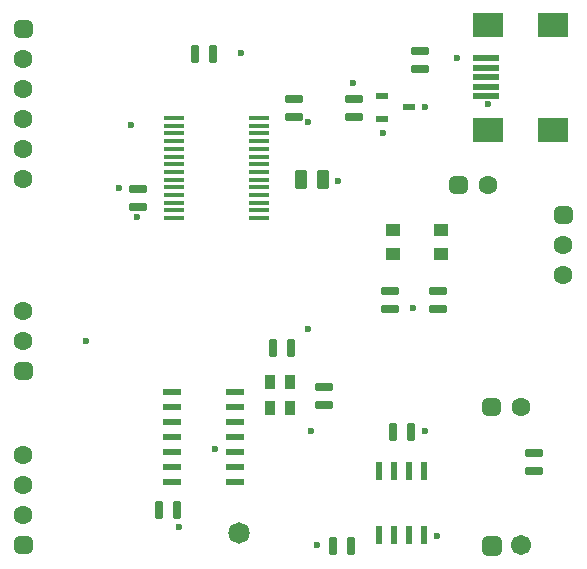
<source format=gts>
G04 Generated by Ultiboard 14.1 *
%FSLAX24Y24*%
%MOIN*%

%ADD10C,0.0001*%
%ADD11C,0.0236*%
%ADD12R,0.0689X0.0177*%
%ADD13R,0.0108X0.0417*%
%ADD14C,0.0167*%
%ADD15R,0.0236X0.0610*%
%ADD16C,0.0674*%
%ADD17R,0.0320X0.0320*%
%ADD18C,0.0350*%
%ADD19R,0.0417X0.0108*%
%ADD20R,0.0394X0.0236*%
%ADD21R,0.0472X0.0433*%
%ADD22R,0.0208X0.0208*%
%ADD23C,0.0392*%
%ADD24C,0.0633*%
%ADD25R,0.0591X0.0236*%
%ADD26R,0.0374X0.0472*%
%ADD27R,0.0984X0.0787*%
%ADD28R,0.0906X0.0197*%
%ADD29R,0.0225X0.0467*%
%ADD30C,0.0717*%


G04 ColorRGB FF00CC for the following layer *
%LNSolder Mask Top*%
%LPD*%
G54D10*
G54D11*
X10300Y8800D03*
X10400Y5400D03*
X14600Y1900D03*
X6000Y2200D03*
X10600Y1600D03*
X14200Y5400D03*
X11800Y17000D03*
X10300Y15700D03*
X13800Y9500D03*
X16300Y16300D03*
X14200Y16200D03*
X4000Y13500D03*
X7200Y4800D03*
X2900Y8400D03*
X12800Y15350D03*
X8050Y18000D03*
X4400Y15600D03*
X11300Y13750D03*
X4600Y12550D03*
X15250Y17850D03*
G54D12*
X5830Y12513D03*
X8665Y12513D03*
X5830Y12769D03*
X5830Y13281D03*
X5830Y13025D03*
X8665Y12769D03*
X8665Y13281D03*
X8665Y13025D03*
X5830Y13537D03*
X5830Y14305D03*
X5830Y13790D03*
X5830Y14049D03*
X8665Y13537D03*
X8665Y14305D03*
X8665Y13790D03*
X8665Y14049D03*
X5830Y15072D03*
X5830Y14816D03*
X5830Y14560D03*
X8665Y15072D03*
X8665Y14816D03*
X8665Y14560D03*
X5830Y15840D03*
X5830Y15584D03*
X5830Y15328D03*
X8665Y15840D03*
X8665Y15584D03*
X8665Y15328D03*
G54D13*
X9100Y8200D03*
X9700Y8200D03*
X7100Y18000D03*
X6500Y18000D03*
X13100Y5400D03*
X13700Y5400D03*
X5300Y2800D03*
X5900Y2800D03*
X11100Y1600D03*
X11700Y1600D03*
G54D14*
X9046Y7992D02*
X9154Y7992D01*
X9154Y8408D01*
X9046Y8408D01*
X9046Y7992D01*D02*
X9646Y7992D02*
X9754Y7992D01*
X9754Y8408D01*
X9646Y8408D01*
X9646Y7992D01*D02*
X7046Y17792D02*
X7154Y17792D01*
X7154Y18208D01*
X7046Y18208D01*
X7046Y17792D01*D02*
X6446Y17792D02*
X6554Y17792D01*
X6554Y18208D01*
X6446Y18208D01*
X6446Y17792D01*D02*
X13792Y18046D02*
X14208Y18046D01*
X14208Y18154D01*
X13792Y18154D01*
X13792Y18046D01*D02*
X13792Y17446D02*
X14208Y17446D01*
X14208Y17554D01*
X13792Y17554D01*
X13792Y17446D01*D02*
X11592Y15846D02*
X12008Y15846D01*
X12008Y15954D01*
X11592Y15954D01*
X11592Y15846D01*D02*
X11592Y16446D02*
X12008Y16446D01*
X12008Y16554D01*
X11592Y16554D01*
X11592Y16446D01*D02*
X12786Y9446D02*
X13202Y9446D01*
X13202Y9554D01*
X12786Y9554D01*
X12786Y9446D01*D02*
X12786Y10046D02*
X13202Y10046D01*
X13202Y10154D01*
X12786Y10154D01*
X12786Y10046D01*D02*
X14386Y9446D02*
X14802Y9446D01*
X14802Y9554D01*
X14386Y9554D01*
X14386Y9446D01*D02*
X14386Y10046D02*
X14802Y10046D01*
X14802Y10154D01*
X14386Y10154D01*
X14386Y10046D01*D02*
X13046Y5192D02*
X13154Y5192D01*
X13154Y5608D01*
X13046Y5608D01*
X13046Y5192D01*D02*
X13646Y5192D02*
X13754Y5192D01*
X13754Y5608D01*
X13646Y5608D01*
X13646Y5192D01*D02*
X5246Y2592D02*
X5354Y2592D01*
X5354Y3008D01*
X5246Y3008D01*
X5246Y2592D01*D02*
X5846Y2592D02*
X5954Y2592D01*
X5954Y3008D01*
X5846Y3008D01*
X5846Y2592D01*D02*
X17592Y4046D02*
X18008Y4046D01*
X18008Y4154D01*
X17592Y4154D01*
X17592Y4046D01*D02*
X17592Y4646D02*
X18008Y4646D01*
X18008Y4754D01*
X17592Y4754D01*
X17592Y4646D01*D02*
X10592Y6246D02*
X11008Y6246D01*
X11008Y6354D01*
X10592Y6354D01*
X10592Y6246D01*D02*
X10592Y6846D02*
X11008Y6846D01*
X11008Y6954D01*
X10592Y6954D01*
X10592Y6846D01*D02*
X11046Y1392D02*
X11154Y1392D01*
X11154Y1808D01*
X11046Y1808D01*
X11046Y1392D01*D02*
X11646Y1392D02*
X11754Y1392D01*
X11754Y1808D01*
X11646Y1808D01*
X11646Y1392D01*D02*
X9592Y15846D02*
X10008Y15846D01*
X10008Y15954D01*
X9592Y15954D01*
X9592Y15846D01*D02*
X9592Y16446D02*
X10008Y16446D01*
X10008Y16554D01*
X9592Y16554D01*
X9592Y16446D01*D02*
X4392Y13446D02*
X4808Y13446D01*
X4808Y13554D01*
X4392Y13554D01*
X4392Y13446D01*D02*
X4392Y12846D02*
X4808Y12846D01*
X4808Y12954D01*
X4392Y12954D01*
X4392Y12846D01*D02*
X9921Y13567D02*
X10145Y13567D01*
X10145Y14033D01*
X9921Y14033D01*
X9921Y13567D01*D02*
X10655Y13567D02*
X10879Y13567D01*
X10879Y14033D01*
X10655Y14033D01*
X10655Y13567D01*D02*
G54D15*
X12650Y1937D03*
X13150Y1937D03*
X14150Y1937D03*
X13650Y1937D03*
X12650Y4063D03*
X13150Y4063D03*
X13650Y4063D03*
X14150Y4063D03*
G54D16*
X17400Y1600D03*
G54D17*
X16400Y1600D03*
G54D18*
X16240Y1440D02*
X16560Y1440D01*
X16560Y1760D01*
X16240Y1760D01*
X16240Y1440D01*D02*
G54D19*
X14000Y18100D03*
X14000Y17500D03*
X11800Y15900D03*
X11800Y16500D03*
X12994Y9500D03*
X12994Y10100D03*
X14594Y9500D03*
X14594Y10100D03*
X17800Y4100D03*
X17800Y4700D03*
X10800Y6300D03*
X10800Y6900D03*
X9800Y15900D03*
X9800Y16500D03*
X4600Y13500D03*
X4600Y12900D03*
G54D20*
X12747Y15826D03*
X12747Y16574D03*
X13653Y16200D03*
G54D21*
X13106Y12127D03*
X13106Y11300D03*
X14706Y11300D03*
X14706Y12127D03*
G54D22*
X16400Y6200D03*
X800Y1600D03*
X800Y7400D03*
X18800Y12600D03*
X800Y18800D03*
X15300Y13600D03*
G54D23*
X16296Y6096D02*
X16504Y6096D01*
X16504Y6304D01*
X16296Y6304D01*
X16296Y6096D01*D02*
X696Y1496D02*
X904Y1496D01*
X904Y1704D01*
X696Y1704D01*
X696Y1496D01*D02*
X696Y7296D02*
X904Y7296D01*
X904Y7504D01*
X696Y7504D01*
X696Y7296D01*D02*
X18696Y12496D02*
X18904Y12496D01*
X18904Y12704D01*
X18696Y12704D01*
X18696Y12496D01*D02*
X696Y18696D02*
X904Y18696D01*
X904Y18904D01*
X696Y18904D01*
X696Y18696D01*D02*
X15196Y13496D02*
X15404Y13496D01*
X15404Y13704D01*
X15196Y13704D01*
X15196Y13496D01*D02*
G54D24*
X17400Y6200D03*
X800Y3600D03*
X800Y2600D03*
X800Y4600D03*
X800Y8400D03*
X800Y9400D03*
X18800Y11600D03*
X18800Y10600D03*
X800Y17800D03*
X800Y16800D03*
X800Y14800D03*
X800Y15800D03*
X800Y13800D03*
X16300Y13600D03*
G54D25*
X5737Y3700D03*
X7863Y3700D03*
X5737Y4700D03*
X5737Y4200D03*
X7863Y4700D03*
X7863Y4200D03*
X5737Y5200D03*
X5737Y5700D03*
X7863Y5200D03*
X7863Y5700D03*
X5737Y6200D03*
X7863Y6200D03*
X5737Y6700D03*
X7863Y6700D03*
G54D26*
X9011Y7060D03*
X9011Y6194D03*
X9700Y7060D03*
X9700Y6194D03*
G54D27*
X16271Y15448D03*
X18437Y15448D03*
X16271Y18952D03*
X18437Y18952D03*
G54D28*
X16232Y16885D03*
X16232Y17200D03*
X16232Y16570D03*
X16232Y17830D03*
X16232Y17515D03*
G54D29*
X10033Y13800D03*
X10767Y13800D03*
G54D30*
X8000Y2000D03*

M02*

</source>
